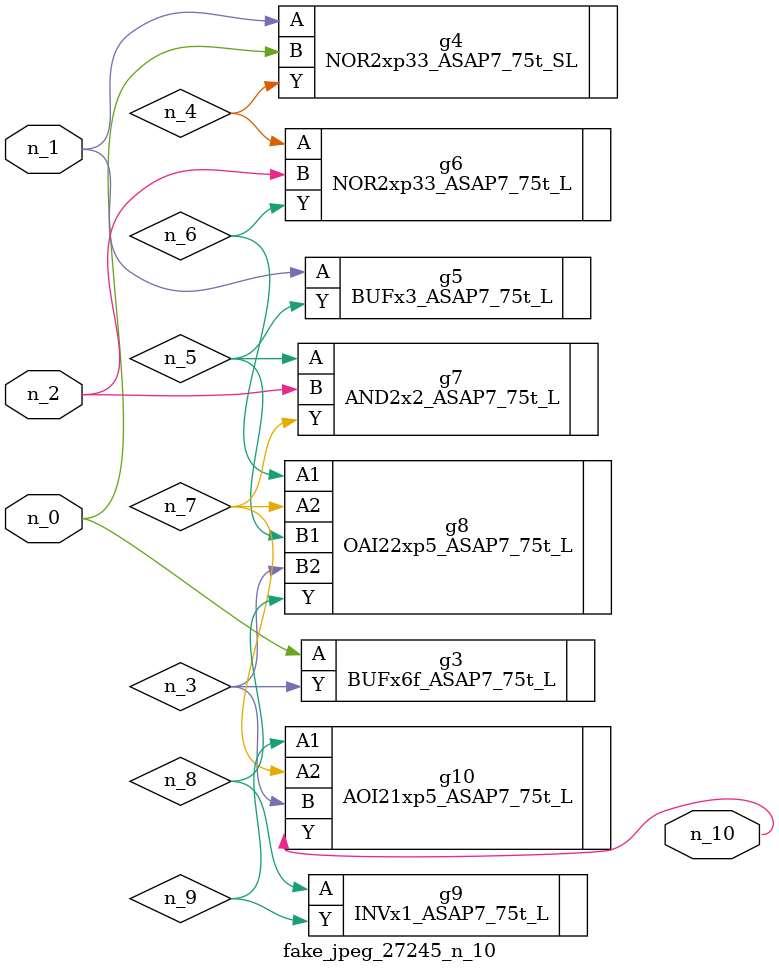
<source format=v>
module fake_jpeg_27245_n_10 (n_0, n_2, n_1, n_10);

input n_0;
input n_2;
input n_1;

output n_10;

wire n_3;
wire n_4;
wire n_8;
wire n_9;
wire n_6;
wire n_5;
wire n_7;

BUFx6f_ASAP7_75t_L g3 ( 
.A(n_0),
.Y(n_3)
);

NOR2xp33_ASAP7_75t_SL g4 ( 
.A(n_1),
.B(n_0),
.Y(n_4)
);

BUFx3_ASAP7_75t_L g5 ( 
.A(n_1),
.Y(n_5)
);

NOR2xp33_ASAP7_75t_L g6 ( 
.A(n_4),
.B(n_2),
.Y(n_6)
);

OAI22xp5_ASAP7_75t_L g8 ( 
.A1(n_6),
.A2(n_7),
.B1(n_5),
.B2(n_3),
.Y(n_8)
);

AND2x2_ASAP7_75t_L g7 ( 
.A(n_5),
.B(n_2),
.Y(n_7)
);

INVx1_ASAP7_75t_L g9 ( 
.A(n_8),
.Y(n_9)
);

AOI21xp5_ASAP7_75t_L g10 ( 
.A1(n_9),
.A2(n_7),
.B(n_3),
.Y(n_10)
);


endmodule
</source>
